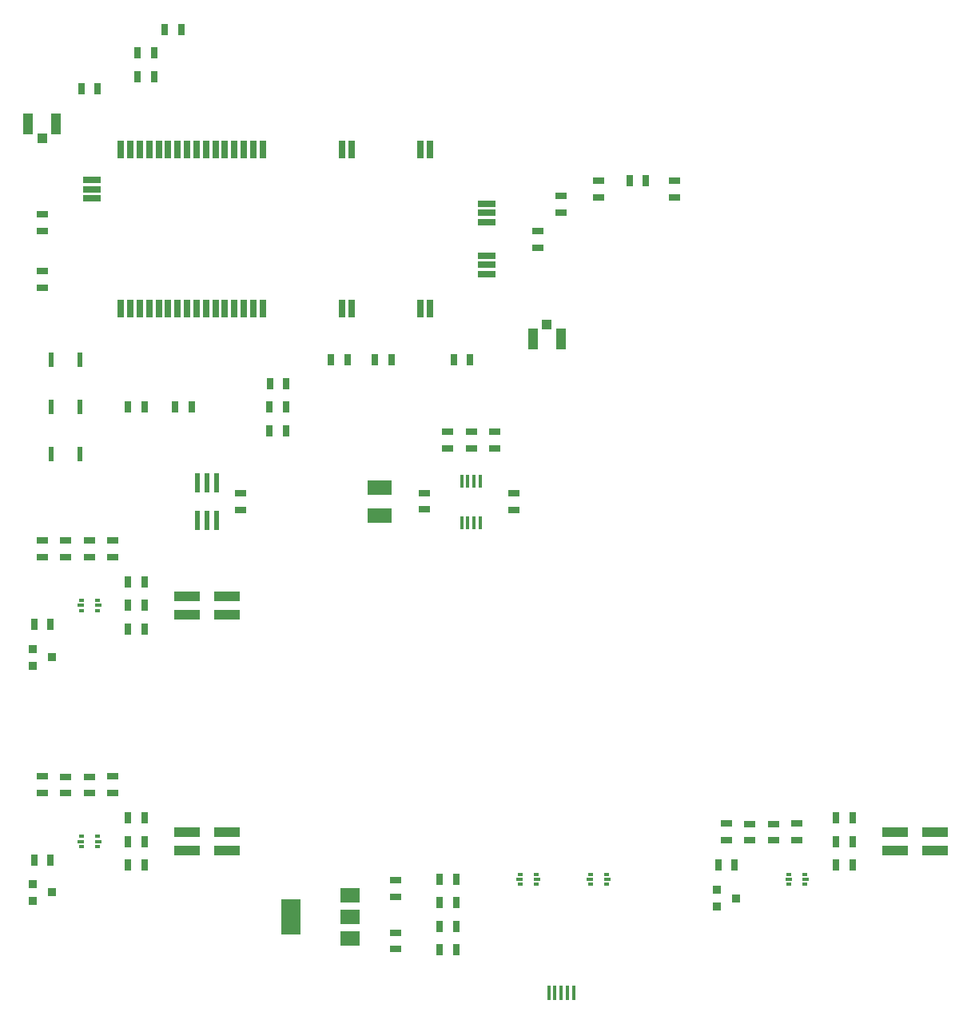
<source format=gbr>
G04 #@! TF.FileFunction,Paste,Top*
%FSLAX46Y46*%
G04 Gerber Fmt 4.6, Leading zero omitted, Abs format (unit mm)*
G04 Created by KiCad (PCBNEW 4.0.7-e2-6376~61~ubuntu18.04.1) date Tue Jul  3 09:25:50 2018*
%MOMM*%
%LPD*%
G01*
G04 APERTURE LIST*
%ADD10C,0.100000*%
%ADD11R,1.143000X0.800000*%
%ADD12R,0.800000X1.143000*%
%ADD13R,0.500000X0.375000*%
%ADD14R,0.650000X0.300000*%
%ADD15R,2.750000X1.000000*%
%ADD16R,1.000000X2.200000*%
%ADD17R,1.000000X1.000000*%
%ADD18R,0.914400X0.914400*%
%ADD19R,0.600000X1.500000*%
%ADD20R,0.500000X2.000000*%
%ADD21R,1.850000X0.700000*%
%ADD22R,0.700000X1.850000*%
%ADD23R,0.450000X1.450000*%
%ADD24R,2.000000X3.800000*%
%ADD25R,2.000000X1.500000*%
%ADD26R,2.600000X1.500000*%
%ADD27R,0.450000X1.500000*%
G04 APERTURE END LIST*
D10*
D11*
X121000000Y-79150000D03*
X121000000Y-80900000D03*
D12*
X113000000Y-30000000D03*
X114750000Y-30000000D03*
X110150000Y-35000000D03*
X111900000Y-35000000D03*
D11*
X100000000Y-57350000D03*
X100000000Y-55600000D03*
X137500000Y-125650000D03*
X137500000Y-127400000D03*
X137500000Y-121850000D03*
X137500000Y-120100000D03*
X150000000Y-79150000D03*
X150000000Y-80900000D03*
X159000000Y-46000000D03*
X159000000Y-47750000D03*
X167000000Y-46000000D03*
X167000000Y-47750000D03*
D12*
X110850000Y-70000000D03*
X109100000Y-70000000D03*
X142150000Y-122500000D03*
X143900000Y-122500000D03*
X142150000Y-127500000D03*
X143900000Y-127500000D03*
X142150000Y-125000000D03*
X143900000Y-125000000D03*
X125850000Y-72500000D03*
X124100000Y-72500000D03*
D13*
X180850000Y-120537500D03*
X180850000Y-119462500D03*
D14*
X179075000Y-120000000D03*
X180925000Y-120000000D03*
D13*
X179150000Y-119462500D03*
X179150000Y-120537500D03*
X105850000Y-91537500D03*
X105850000Y-90462500D03*
D14*
X104075000Y-91000000D03*
X105925000Y-91000000D03*
D13*
X104150000Y-90462500D03*
X104150000Y-91537500D03*
X152350000Y-120537500D03*
X152350000Y-119462500D03*
D14*
X150575000Y-120000000D03*
X152425000Y-120000000D03*
D13*
X150650000Y-119462500D03*
X150650000Y-120537500D03*
X159850000Y-120537500D03*
X159850000Y-119462500D03*
D14*
X158075000Y-120000000D03*
X159925000Y-120000000D03*
D13*
X158150000Y-119462500D03*
X158150000Y-120537500D03*
X105850000Y-116537500D03*
X105850000Y-115462500D03*
D14*
X104075000Y-116000000D03*
X105925000Y-116000000D03*
D13*
X104150000Y-115462500D03*
X104150000Y-116537500D03*
D15*
X190375000Y-115000000D03*
X194625000Y-115000000D03*
X190375000Y-117000000D03*
X194625000Y-117000000D03*
X115375000Y-90000000D03*
X119625000Y-90000000D03*
X115375000Y-92000000D03*
X119625000Y-92000000D03*
D16*
X101500000Y-40000000D03*
X98500000Y-40000000D03*
D17*
X100000000Y-41500000D03*
D16*
X152000000Y-62750000D03*
X155000000Y-62750000D03*
D17*
X153500000Y-61250000D03*
D15*
X115375000Y-115000000D03*
X119625000Y-115000000D03*
X115375000Y-117000000D03*
X119625000Y-117000000D03*
D12*
X185850000Y-116000000D03*
X184100000Y-116000000D03*
X185850000Y-113500000D03*
X184100000Y-113500000D03*
X185850000Y-118500000D03*
X184100000Y-118500000D03*
X110850000Y-91000000D03*
X109100000Y-91000000D03*
X110850000Y-88500000D03*
X109100000Y-88500000D03*
X110850000Y-93500000D03*
X109100000Y-93500000D03*
X110150000Y-32500000D03*
X111900000Y-32500000D03*
X162250000Y-46000000D03*
X164000000Y-46000000D03*
X110850000Y-116000000D03*
X109100000Y-116000000D03*
X110850000Y-113500000D03*
X109100000Y-113500000D03*
X110850000Y-118500000D03*
X109100000Y-118500000D03*
X135250000Y-65000000D03*
X137000000Y-65000000D03*
D18*
X171484000Y-122889000D03*
X171484000Y-121111000D03*
X173516000Y-122000000D03*
X98984000Y-97389000D03*
X98984000Y-95611000D03*
X101016000Y-96500000D03*
X98984000Y-122278000D03*
X98984000Y-120500000D03*
X101016000Y-121389000D03*
D11*
X180000000Y-115850000D03*
X180000000Y-114100000D03*
X107500000Y-85850000D03*
X107500000Y-84100000D03*
X172500000Y-115850000D03*
X172500000Y-114100000D03*
X100000000Y-85850000D03*
X100000000Y-84100000D03*
X177500000Y-114150000D03*
X177500000Y-115900000D03*
X175000000Y-114150000D03*
X175000000Y-115900000D03*
X105000000Y-84150000D03*
X105000000Y-85900000D03*
X102500000Y-84150000D03*
X102500000Y-85900000D03*
D12*
X171650000Y-118500000D03*
X173400000Y-118500000D03*
X99150000Y-93000000D03*
X100900000Y-93000000D03*
X115850000Y-70000000D03*
X114100000Y-70000000D03*
X104150000Y-36250000D03*
X105900000Y-36250000D03*
X142150000Y-120000000D03*
X143900000Y-120000000D03*
D11*
X140500000Y-80850000D03*
X140500000Y-79100000D03*
X100000000Y-51350000D03*
X100000000Y-49600000D03*
X152500000Y-53100000D03*
X152500000Y-51350000D03*
X155000000Y-47650000D03*
X155000000Y-49400000D03*
D12*
X145350000Y-65000000D03*
X143600000Y-65000000D03*
X132350000Y-65000000D03*
X130600000Y-65000000D03*
X125850000Y-70000000D03*
X124100000Y-70000000D03*
X124150000Y-67500000D03*
X125900000Y-67500000D03*
D11*
X148000000Y-74350000D03*
X148000000Y-72600000D03*
X145500000Y-74350000D03*
X145500000Y-72600000D03*
X143000000Y-74350000D03*
X143000000Y-72600000D03*
D12*
X99150000Y-118000000D03*
X100900000Y-118000000D03*
D11*
X105000000Y-109150000D03*
X105000000Y-110900000D03*
X102500000Y-109150000D03*
X102500000Y-110900000D03*
X100000000Y-110850000D03*
X100000000Y-109100000D03*
X107500000Y-110850000D03*
X107500000Y-109100000D03*
D19*
X104000000Y-75000000D03*
X101000000Y-75000000D03*
X104000000Y-70000000D03*
X101000000Y-70000000D03*
X104000000Y-65000000D03*
X101000000Y-65000000D03*
D20*
X117500000Y-82000000D03*
X118500000Y-82000000D03*
X118500000Y-78000000D03*
X117500000Y-78000000D03*
X116500000Y-78000000D03*
X116500000Y-82000000D03*
D21*
X147075000Y-50437000D03*
X105255000Y-45905000D03*
D22*
X131820000Y-42725000D03*
X141060000Y-59525000D03*
D21*
X147075000Y-48437000D03*
D22*
X141060000Y-42725000D03*
X132820000Y-42725000D03*
X108370000Y-59575000D03*
X123370000Y-42725000D03*
X122370000Y-42725000D03*
X121370000Y-42725000D03*
X120370000Y-42725000D03*
X119370000Y-42725000D03*
X118370000Y-42725000D03*
X117370000Y-42725000D03*
X116370000Y-42725000D03*
X115370000Y-42725000D03*
X114370000Y-42725000D03*
X113370000Y-42725000D03*
X112370000Y-42725000D03*
X111370000Y-42725000D03*
X110370000Y-42725000D03*
X109370000Y-42725000D03*
X108370000Y-42725000D03*
X109370000Y-59575000D03*
X110370000Y-59575000D03*
X111370000Y-59575000D03*
X112370000Y-59575000D03*
X113370000Y-59575000D03*
X114370000Y-59575000D03*
X115370000Y-59575000D03*
X116370000Y-59575000D03*
X117370000Y-59575000D03*
X118370000Y-59575000D03*
X119370000Y-59575000D03*
X120370000Y-59575000D03*
X121370000Y-59575000D03*
X122370000Y-59575000D03*
X123370000Y-59575000D03*
X131820000Y-59575000D03*
X140060000Y-42725000D03*
D21*
X105255000Y-46905000D03*
X105255000Y-47905000D03*
D22*
X140060000Y-59525000D03*
X132820000Y-59575000D03*
D21*
X147075000Y-49437000D03*
X147075000Y-55934000D03*
X147075000Y-54934000D03*
X147075000Y-53934000D03*
D23*
X144453362Y-82258194D03*
X145103362Y-82258194D03*
X145753362Y-82258194D03*
X146403362Y-82258194D03*
X146403362Y-77858194D03*
X145753362Y-77858194D03*
X145103362Y-77858194D03*
X144453362Y-77858194D03*
D24*
X126350000Y-124000000D03*
D25*
X132650000Y-124000000D03*
X132650000Y-121700000D03*
X132650000Y-126300000D03*
D26*
X135750000Y-78500000D03*
X135750000Y-81500000D03*
D27*
X155000000Y-132000000D03*
X155650000Y-132000000D03*
X154350000Y-132000000D03*
X156300000Y-132000000D03*
X153700000Y-132000000D03*
M02*

</source>
